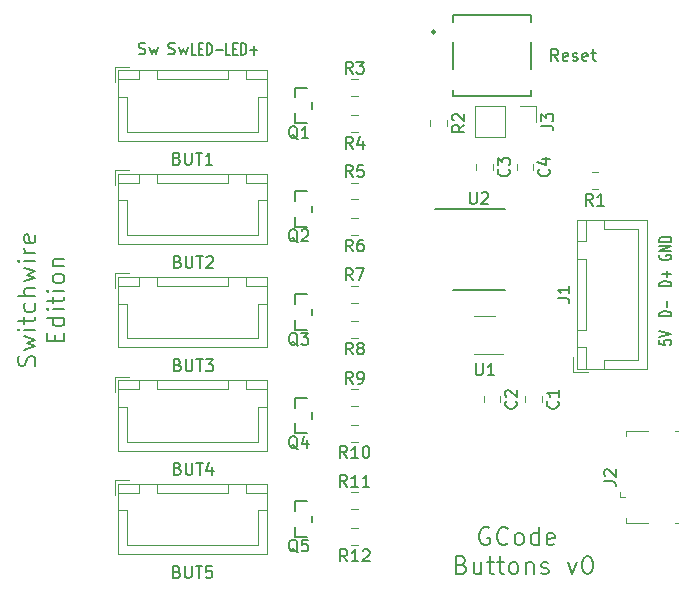
<source format=gbr>
G04 #@! TF.GenerationSoftware,KiCad,Pcbnew,(5.1.5)-3*
G04 #@! TF.CreationDate,2020-12-03T20:33:16+01:00*
G04 #@! TF.ProjectId,MCU_board,4d43555f-626f-4617-9264-2e6b69636164,rev?*
G04 #@! TF.SameCoordinates,Original*
G04 #@! TF.FileFunction,Legend,Top*
G04 #@! TF.FilePolarity,Positive*
%FSLAX46Y46*%
G04 Gerber Fmt 4.6, Leading zero omitted, Abs format (unit mm)*
G04 Created by KiCad (PCBNEW (5.1.5)-3) date 2020-12-03 20:33:16*
%MOMM*%
%LPD*%
G04 APERTURE LIST*
%ADD10C,0.200000*%
%ADD11C,0.150000*%
%ADD12C,0.250000*%
%ADD13C,0.120000*%
G04 APERTURE END LIST*
D10*
X29512142Y-99151428D02*
X29583571Y-98937142D01*
X29583571Y-98580000D01*
X29512142Y-98437142D01*
X29440714Y-98365714D01*
X29297857Y-98294285D01*
X29155000Y-98294285D01*
X29012142Y-98365714D01*
X28940714Y-98437142D01*
X28869285Y-98580000D01*
X28797857Y-98865714D01*
X28726428Y-99008571D01*
X28655000Y-99080000D01*
X28512142Y-99151428D01*
X28369285Y-99151428D01*
X28226428Y-99080000D01*
X28155000Y-99008571D01*
X28083571Y-98865714D01*
X28083571Y-98508571D01*
X28155000Y-98294285D01*
X28583571Y-97794285D02*
X29583571Y-97508571D01*
X28869285Y-97222857D01*
X29583571Y-96937142D01*
X28583571Y-96651428D01*
X29583571Y-96080000D02*
X28583571Y-96080000D01*
X28083571Y-96080000D02*
X28155000Y-96151428D01*
X28226428Y-96080000D01*
X28155000Y-96008571D01*
X28083571Y-96080000D01*
X28226428Y-96080000D01*
X28583571Y-95580000D02*
X28583571Y-95008571D01*
X28083571Y-95365714D02*
X29369285Y-95365714D01*
X29512142Y-95294285D01*
X29583571Y-95151428D01*
X29583571Y-95008571D01*
X29512142Y-93865714D02*
X29583571Y-94008571D01*
X29583571Y-94294285D01*
X29512142Y-94437142D01*
X29440714Y-94508571D01*
X29297857Y-94580000D01*
X28869285Y-94580000D01*
X28726428Y-94508571D01*
X28655000Y-94437142D01*
X28583571Y-94294285D01*
X28583571Y-94008571D01*
X28655000Y-93865714D01*
X29583571Y-93222857D02*
X28083571Y-93222857D01*
X29583571Y-92580000D02*
X28797857Y-92580000D01*
X28655000Y-92651428D01*
X28583571Y-92794285D01*
X28583571Y-93008571D01*
X28655000Y-93151428D01*
X28726428Y-93222857D01*
X28583571Y-92008571D02*
X29583571Y-91722857D01*
X28869285Y-91437142D01*
X29583571Y-91151428D01*
X28583571Y-90865714D01*
X29583571Y-90294285D02*
X28583571Y-90294285D01*
X28083571Y-90294285D02*
X28155000Y-90365714D01*
X28226428Y-90294285D01*
X28155000Y-90222857D01*
X28083571Y-90294285D01*
X28226428Y-90294285D01*
X29583571Y-89580000D02*
X28583571Y-89580000D01*
X28869285Y-89580000D02*
X28726428Y-89508571D01*
X28655000Y-89437142D01*
X28583571Y-89294285D01*
X28583571Y-89151428D01*
X29512142Y-88080000D02*
X29583571Y-88222857D01*
X29583571Y-88508571D01*
X29512142Y-88651428D01*
X29369285Y-88722857D01*
X28797857Y-88722857D01*
X28655000Y-88651428D01*
X28583571Y-88508571D01*
X28583571Y-88222857D01*
X28655000Y-88080000D01*
X28797857Y-88008571D01*
X28940714Y-88008571D01*
X29083571Y-88722857D01*
X31247857Y-97080000D02*
X31247857Y-96580000D01*
X32033571Y-96365714D02*
X32033571Y-97080000D01*
X30533571Y-97080000D01*
X30533571Y-96365714D01*
X32033571Y-95080000D02*
X30533571Y-95080000D01*
X31962142Y-95080000D02*
X32033571Y-95222857D01*
X32033571Y-95508571D01*
X31962142Y-95651428D01*
X31890714Y-95722857D01*
X31747857Y-95794285D01*
X31319285Y-95794285D01*
X31176428Y-95722857D01*
X31105000Y-95651428D01*
X31033571Y-95508571D01*
X31033571Y-95222857D01*
X31105000Y-95080000D01*
X32033571Y-94365714D02*
X31033571Y-94365714D01*
X30533571Y-94365714D02*
X30605000Y-94437142D01*
X30676428Y-94365714D01*
X30605000Y-94294285D01*
X30533571Y-94365714D01*
X30676428Y-94365714D01*
X31033571Y-93865714D02*
X31033571Y-93294285D01*
X30533571Y-93651428D02*
X31819285Y-93651428D01*
X31962142Y-93580000D01*
X32033571Y-93437142D01*
X32033571Y-93294285D01*
X32033571Y-92794285D02*
X31033571Y-92794285D01*
X30533571Y-92794285D02*
X30605000Y-92865714D01*
X30676428Y-92794285D01*
X30605000Y-92722857D01*
X30533571Y-92794285D01*
X30676428Y-92794285D01*
X32033571Y-91865714D02*
X31962142Y-92008571D01*
X31890714Y-92080000D01*
X31747857Y-92151428D01*
X31319285Y-92151428D01*
X31176428Y-92080000D01*
X31105000Y-92008571D01*
X31033571Y-91865714D01*
X31033571Y-91651428D01*
X31105000Y-91508571D01*
X31176428Y-91437142D01*
X31319285Y-91365714D01*
X31747857Y-91365714D01*
X31890714Y-91437142D01*
X31962142Y-91508571D01*
X32033571Y-91651428D01*
X32033571Y-91865714D01*
X31033571Y-90722857D02*
X32033571Y-90722857D01*
X31176428Y-90722857D02*
X31105000Y-90651428D01*
X31033571Y-90508571D01*
X31033571Y-90294285D01*
X31105000Y-90151428D01*
X31247857Y-90080000D01*
X32033571Y-90080000D01*
X68001428Y-112905000D02*
X67858571Y-112833571D01*
X67644285Y-112833571D01*
X67430000Y-112905000D01*
X67287142Y-113047857D01*
X67215714Y-113190714D01*
X67144285Y-113476428D01*
X67144285Y-113690714D01*
X67215714Y-113976428D01*
X67287142Y-114119285D01*
X67430000Y-114262142D01*
X67644285Y-114333571D01*
X67787142Y-114333571D01*
X68001428Y-114262142D01*
X68072857Y-114190714D01*
X68072857Y-113690714D01*
X67787142Y-113690714D01*
X69572857Y-114190714D02*
X69501428Y-114262142D01*
X69287142Y-114333571D01*
X69144285Y-114333571D01*
X68930000Y-114262142D01*
X68787142Y-114119285D01*
X68715714Y-113976428D01*
X68644285Y-113690714D01*
X68644285Y-113476428D01*
X68715714Y-113190714D01*
X68787142Y-113047857D01*
X68930000Y-112905000D01*
X69144285Y-112833571D01*
X69287142Y-112833571D01*
X69501428Y-112905000D01*
X69572857Y-112976428D01*
X70430000Y-114333571D02*
X70287142Y-114262142D01*
X70215714Y-114190714D01*
X70144285Y-114047857D01*
X70144285Y-113619285D01*
X70215714Y-113476428D01*
X70287142Y-113405000D01*
X70430000Y-113333571D01*
X70644285Y-113333571D01*
X70787142Y-113405000D01*
X70858571Y-113476428D01*
X70930000Y-113619285D01*
X70930000Y-114047857D01*
X70858571Y-114190714D01*
X70787142Y-114262142D01*
X70644285Y-114333571D01*
X70430000Y-114333571D01*
X72215714Y-114333571D02*
X72215714Y-112833571D01*
X72215714Y-114262142D02*
X72072857Y-114333571D01*
X71787142Y-114333571D01*
X71644285Y-114262142D01*
X71572857Y-114190714D01*
X71501428Y-114047857D01*
X71501428Y-113619285D01*
X71572857Y-113476428D01*
X71644285Y-113405000D01*
X71787142Y-113333571D01*
X72072857Y-113333571D01*
X72215714Y-113405000D01*
X73501428Y-114262142D02*
X73358571Y-114333571D01*
X73072857Y-114333571D01*
X72930000Y-114262142D01*
X72858571Y-114119285D01*
X72858571Y-113547857D01*
X72930000Y-113405000D01*
X73072857Y-113333571D01*
X73358571Y-113333571D01*
X73501428Y-113405000D01*
X73572857Y-113547857D01*
X73572857Y-113690714D01*
X72858571Y-113833571D01*
X65680000Y-115997857D02*
X65894285Y-116069285D01*
X65965714Y-116140714D01*
X66037142Y-116283571D01*
X66037142Y-116497857D01*
X65965714Y-116640714D01*
X65894285Y-116712142D01*
X65751428Y-116783571D01*
X65180000Y-116783571D01*
X65180000Y-115283571D01*
X65680000Y-115283571D01*
X65822857Y-115355000D01*
X65894285Y-115426428D01*
X65965714Y-115569285D01*
X65965714Y-115712142D01*
X65894285Y-115855000D01*
X65822857Y-115926428D01*
X65680000Y-115997857D01*
X65180000Y-115997857D01*
X67322857Y-115783571D02*
X67322857Y-116783571D01*
X66680000Y-115783571D02*
X66680000Y-116569285D01*
X66751428Y-116712142D01*
X66894285Y-116783571D01*
X67108571Y-116783571D01*
X67251428Y-116712142D01*
X67322857Y-116640714D01*
X67822857Y-115783571D02*
X68394285Y-115783571D01*
X68037142Y-115283571D02*
X68037142Y-116569285D01*
X68108571Y-116712142D01*
X68251428Y-116783571D01*
X68394285Y-116783571D01*
X68680000Y-115783571D02*
X69251428Y-115783571D01*
X68894285Y-115283571D02*
X68894285Y-116569285D01*
X68965714Y-116712142D01*
X69108571Y-116783571D01*
X69251428Y-116783571D01*
X69965714Y-116783571D02*
X69822857Y-116712142D01*
X69751428Y-116640714D01*
X69680000Y-116497857D01*
X69680000Y-116069285D01*
X69751428Y-115926428D01*
X69822857Y-115855000D01*
X69965714Y-115783571D01*
X70180000Y-115783571D01*
X70322857Y-115855000D01*
X70394285Y-115926428D01*
X70465714Y-116069285D01*
X70465714Y-116497857D01*
X70394285Y-116640714D01*
X70322857Y-116712142D01*
X70180000Y-116783571D01*
X69965714Y-116783571D01*
X71108571Y-115783571D02*
X71108571Y-116783571D01*
X71108571Y-115926428D02*
X71180000Y-115855000D01*
X71322857Y-115783571D01*
X71537142Y-115783571D01*
X71680000Y-115855000D01*
X71751428Y-115997857D01*
X71751428Y-116783571D01*
X72394285Y-116712142D02*
X72537142Y-116783571D01*
X72822857Y-116783571D01*
X72965714Y-116712142D01*
X73037142Y-116569285D01*
X73037142Y-116497857D01*
X72965714Y-116355000D01*
X72822857Y-116283571D01*
X72608571Y-116283571D01*
X72465714Y-116212142D01*
X72394285Y-116069285D01*
X72394285Y-115997857D01*
X72465714Y-115855000D01*
X72608571Y-115783571D01*
X72822857Y-115783571D01*
X72965714Y-115855000D01*
X74680000Y-115783571D02*
X75037142Y-116783571D01*
X75394285Y-115783571D01*
X76251428Y-115283571D02*
X76394285Y-115283571D01*
X76537142Y-115355000D01*
X76608571Y-115426428D01*
X76680000Y-115569285D01*
X76751428Y-115855000D01*
X76751428Y-116212142D01*
X76680000Y-116497857D01*
X76608571Y-116640714D01*
X76537142Y-116712142D01*
X76394285Y-116783571D01*
X76251428Y-116783571D01*
X76108571Y-116712142D01*
X76037142Y-116640714D01*
X75965714Y-116497857D01*
X75894285Y-116212142D01*
X75894285Y-115855000D01*
X75965714Y-115569285D01*
X76037142Y-115426428D01*
X76108571Y-115355000D01*
X76251428Y-115283571D01*
D11*
X43183571Y-72832380D02*
X42826428Y-72832380D01*
X42826428Y-71832380D01*
X43433571Y-72308571D02*
X43683571Y-72308571D01*
X43790714Y-72832380D02*
X43433571Y-72832380D01*
X43433571Y-71832380D01*
X43790714Y-71832380D01*
X44112142Y-72832380D02*
X44112142Y-71832380D01*
X44290714Y-71832380D01*
X44397857Y-71880000D01*
X44469285Y-71975238D01*
X44505000Y-72070476D01*
X44540714Y-72260952D01*
X44540714Y-72403809D01*
X44505000Y-72594285D01*
X44469285Y-72689523D01*
X44397857Y-72784761D01*
X44290714Y-72832380D01*
X44112142Y-72832380D01*
X44862142Y-72451428D02*
X45433571Y-72451428D01*
X46083571Y-72832380D02*
X45726428Y-72832380D01*
X45726428Y-71832380D01*
X46333571Y-72308571D02*
X46583571Y-72308571D01*
X46690714Y-72832380D02*
X46333571Y-72832380D01*
X46333571Y-71832380D01*
X46690714Y-71832380D01*
X47012142Y-72832380D02*
X47012142Y-71832380D01*
X47190714Y-71832380D01*
X47297857Y-71880000D01*
X47369285Y-71975238D01*
X47405000Y-72070476D01*
X47440714Y-72260952D01*
X47440714Y-72403809D01*
X47405000Y-72594285D01*
X47369285Y-72689523D01*
X47297857Y-72784761D01*
X47190714Y-72832380D01*
X47012142Y-72832380D01*
X47762142Y-72451428D02*
X48333571Y-72451428D01*
X48047857Y-72832380D02*
X48047857Y-72070476D01*
X40820476Y-72734761D02*
X40963333Y-72782380D01*
X41201428Y-72782380D01*
X41296666Y-72734761D01*
X41344285Y-72687142D01*
X41391904Y-72591904D01*
X41391904Y-72496666D01*
X41344285Y-72401428D01*
X41296666Y-72353809D01*
X41201428Y-72306190D01*
X41010952Y-72258571D01*
X40915714Y-72210952D01*
X40868095Y-72163333D01*
X40820476Y-72068095D01*
X40820476Y-71972857D01*
X40868095Y-71877619D01*
X40915714Y-71830000D01*
X41010952Y-71782380D01*
X41249047Y-71782380D01*
X41391904Y-71830000D01*
X41725238Y-72115714D02*
X41915714Y-72782380D01*
X42106190Y-72306190D01*
X42296666Y-72782380D01*
X42487142Y-72115714D01*
X38320476Y-72734761D02*
X38463333Y-72782380D01*
X38701428Y-72782380D01*
X38796666Y-72734761D01*
X38844285Y-72687142D01*
X38891904Y-72591904D01*
X38891904Y-72496666D01*
X38844285Y-72401428D01*
X38796666Y-72353809D01*
X38701428Y-72306190D01*
X38510952Y-72258571D01*
X38415714Y-72210952D01*
X38368095Y-72163333D01*
X38320476Y-72068095D01*
X38320476Y-71972857D01*
X38368095Y-71877619D01*
X38415714Y-71830000D01*
X38510952Y-71782380D01*
X38749047Y-71782380D01*
X38891904Y-71830000D01*
X39225238Y-72115714D02*
X39415714Y-72782380D01*
X39606190Y-72306190D01*
X39796666Y-72782380D01*
X39987142Y-72115714D01*
D12*
X63405000Y-70880000D02*
G75*
G03X63405000Y-70880000I-125000J0D01*
G01*
D11*
X64930000Y-70005000D02*
X64930000Y-69430000D01*
X64930000Y-74005000D02*
X64930000Y-71755000D01*
X64930000Y-76330000D02*
X64930000Y-75755000D01*
X64930000Y-76330000D02*
X71530000Y-76330000D01*
X71530000Y-70005000D02*
X71530000Y-69430000D01*
X71530000Y-74005000D02*
X71530000Y-71755000D01*
X71530000Y-76330000D02*
X71530000Y-75755000D01*
X64930000Y-69430000D02*
X71530000Y-69430000D01*
D13*
X75420000Y-99390000D02*
X81390000Y-99390000D01*
X81390000Y-99390000D02*
X81390000Y-86770000D01*
X81390000Y-86770000D02*
X75420000Y-86770000D01*
X75420000Y-86770000D02*
X75420000Y-99390000D01*
X75430000Y-96080000D02*
X76180000Y-96080000D01*
X76180000Y-96080000D02*
X76180000Y-90080000D01*
X76180000Y-90080000D02*
X75430000Y-90080000D01*
X75430000Y-90080000D02*
X75430000Y-96080000D01*
X75430000Y-99380000D02*
X76180000Y-99380000D01*
X76180000Y-99380000D02*
X76180000Y-97580000D01*
X76180000Y-97580000D02*
X75430000Y-97580000D01*
X75430000Y-97580000D02*
X75430000Y-99380000D01*
X75430000Y-88580000D02*
X76180000Y-88580000D01*
X76180000Y-88580000D02*
X76180000Y-86780000D01*
X76180000Y-86780000D02*
X75430000Y-86780000D01*
X75430000Y-86780000D02*
X75430000Y-88580000D01*
X77680000Y-99380000D02*
X77680000Y-98630000D01*
X77680000Y-98630000D02*
X80630000Y-98630000D01*
X80630000Y-98630000D02*
X80630000Y-93080000D01*
X77680000Y-86780000D02*
X77680000Y-87530000D01*
X77680000Y-87530000D02*
X80630000Y-87530000D01*
X80630000Y-87530000D02*
X80630000Y-93080000D01*
X75130000Y-98430000D02*
X75130000Y-99680000D01*
X75130000Y-99680000D02*
X76380000Y-99680000D01*
X36280000Y-108830000D02*
X36280000Y-110080000D01*
X37530000Y-108830000D02*
X36280000Y-108830000D01*
X48430000Y-114330000D02*
X42880000Y-114330000D01*
X48430000Y-111380000D02*
X48430000Y-114330000D01*
X49180000Y-111380000D02*
X48430000Y-111380000D01*
X37330000Y-114330000D02*
X42880000Y-114330000D01*
X37330000Y-111380000D02*
X37330000Y-114330000D01*
X36580000Y-111380000D02*
X37330000Y-111380000D01*
X49180000Y-109130000D02*
X47380000Y-109130000D01*
X49180000Y-109880000D02*
X49180000Y-109130000D01*
X47380000Y-109880000D02*
X49180000Y-109880000D01*
X47380000Y-109130000D02*
X47380000Y-109880000D01*
X38380000Y-109130000D02*
X36580000Y-109130000D01*
X38380000Y-109880000D02*
X38380000Y-109130000D01*
X36580000Y-109880000D02*
X38380000Y-109880000D01*
X36580000Y-109130000D02*
X36580000Y-109880000D01*
X45880000Y-109130000D02*
X39880000Y-109130000D01*
X45880000Y-109880000D02*
X45880000Y-109130000D01*
X39880000Y-109880000D02*
X45880000Y-109880000D01*
X39880000Y-109130000D02*
X39880000Y-109880000D01*
X49190000Y-109120000D02*
X36570000Y-109120000D01*
X49190000Y-115090000D02*
X49190000Y-109120000D01*
X36570000Y-115090000D02*
X49190000Y-115090000D01*
X36570000Y-109120000D02*
X36570000Y-115090000D01*
X36570000Y-100370000D02*
X36570000Y-106340000D01*
X36570000Y-106340000D02*
X49190000Y-106340000D01*
X49190000Y-106340000D02*
X49190000Y-100370000D01*
X49190000Y-100370000D02*
X36570000Y-100370000D01*
X39880000Y-100380000D02*
X39880000Y-101130000D01*
X39880000Y-101130000D02*
X45880000Y-101130000D01*
X45880000Y-101130000D02*
X45880000Y-100380000D01*
X45880000Y-100380000D02*
X39880000Y-100380000D01*
X36580000Y-100380000D02*
X36580000Y-101130000D01*
X36580000Y-101130000D02*
X38380000Y-101130000D01*
X38380000Y-101130000D02*
X38380000Y-100380000D01*
X38380000Y-100380000D02*
X36580000Y-100380000D01*
X47380000Y-100380000D02*
X47380000Y-101130000D01*
X47380000Y-101130000D02*
X49180000Y-101130000D01*
X49180000Y-101130000D02*
X49180000Y-100380000D01*
X49180000Y-100380000D02*
X47380000Y-100380000D01*
X36580000Y-102630000D02*
X37330000Y-102630000D01*
X37330000Y-102630000D02*
X37330000Y-105580000D01*
X37330000Y-105580000D02*
X42880000Y-105580000D01*
X49180000Y-102630000D02*
X48430000Y-102630000D01*
X48430000Y-102630000D02*
X48430000Y-105580000D01*
X48430000Y-105580000D02*
X42880000Y-105580000D01*
X37530000Y-100080000D02*
X36280000Y-100080000D01*
X36280000Y-100080000D02*
X36280000Y-101330000D01*
X36570000Y-91620000D02*
X36570000Y-97590000D01*
X36570000Y-97590000D02*
X49190000Y-97590000D01*
X49190000Y-97590000D02*
X49190000Y-91620000D01*
X49190000Y-91620000D02*
X36570000Y-91620000D01*
X39880000Y-91630000D02*
X39880000Y-92380000D01*
X39880000Y-92380000D02*
X45880000Y-92380000D01*
X45880000Y-92380000D02*
X45880000Y-91630000D01*
X45880000Y-91630000D02*
X39880000Y-91630000D01*
X36580000Y-91630000D02*
X36580000Y-92380000D01*
X36580000Y-92380000D02*
X38380000Y-92380000D01*
X38380000Y-92380000D02*
X38380000Y-91630000D01*
X38380000Y-91630000D02*
X36580000Y-91630000D01*
X47380000Y-91630000D02*
X47380000Y-92380000D01*
X47380000Y-92380000D02*
X49180000Y-92380000D01*
X49180000Y-92380000D02*
X49180000Y-91630000D01*
X49180000Y-91630000D02*
X47380000Y-91630000D01*
X36580000Y-93880000D02*
X37330000Y-93880000D01*
X37330000Y-93880000D02*
X37330000Y-96830000D01*
X37330000Y-96830000D02*
X42880000Y-96830000D01*
X49180000Y-93880000D02*
X48430000Y-93880000D01*
X48430000Y-93880000D02*
X48430000Y-96830000D01*
X48430000Y-96830000D02*
X42880000Y-96830000D01*
X37530000Y-91330000D02*
X36280000Y-91330000D01*
X36280000Y-91330000D02*
X36280000Y-92580000D01*
X36280000Y-82580000D02*
X36280000Y-83830000D01*
X37530000Y-82580000D02*
X36280000Y-82580000D01*
X48430000Y-88080000D02*
X42880000Y-88080000D01*
X48430000Y-85130000D02*
X48430000Y-88080000D01*
X49180000Y-85130000D02*
X48430000Y-85130000D01*
X37330000Y-88080000D02*
X42880000Y-88080000D01*
X37330000Y-85130000D02*
X37330000Y-88080000D01*
X36580000Y-85130000D02*
X37330000Y-85130000D01*
X49180000Y-82880000D02*
X47380000Y-82880000D01*
X49180000Y-83630000D02*
X49180000Y-82880000D01*
X47380000Y-83630000D02*
X49180000Y-83630000D01*
X47380000Y-82880000D02*
X47380000Y-83630000D01*
X38380000Y-82880000D02*
X36580000Y-82880000D01*
X38380000Y-83630000D02*
X38380000Y-82880000D01*
X36580000Y-83630000D02*
X38380000Y-83630000D01*
X36580000Y-82880000D02*
X36580000Y-83630000D01*
X45880000Y-82880000D02*
X39880000Y-82880000D01*
X45880000Y-83630000D02*
X45880000Y-82880000D01*
X39880000Y-83630000D02*
X45880000Y-83630000D01*
X39880000Y-82880000D02*
X39880000Y-83630000D01*
X49190000Y-82870000D02*
X36570000Y-82870000D01*
X49190000Y-88840000D02*
X49190000Y-82870000D01*
X36570000Y-88840000D02*
X49190000Y-88840000D01*
X36570000Y-82870000D02*
X36570000Y-88840000D01*
X36570000Y-74120000D02*
X36570000Y-80090000D01*
X36570000Y-80090000D02*
X49190000Y-80090000D01*
X49190000Y-80090000D02*
X49190000Y-74120000D01*
X49190000Y-74120000D02*
X36570000Y-74120000D01*
X39880000Y-74130000D02*
X39880000Y-74880000D01*
X39880000Y-74880000D02*
X45880000Y-74880000D01*
X45880000Y-74880000D02*
X45880000Y-74130000D01*
X45880000Y-74130000D02*
X39880000Y-74130000D01*
X36580000Y-74130000D02*
X36580000Y-74880000D01*
X36580000Y-74880000D02*
X38380000Y-74880000D01*
X38380000Y-74880000D02*
X38380000Y-74130000D01*
X38380000Y-74130000D02*
X36580000Y-74130000D01*
X47380000Y-74130000D02*
X47380000Y-74880000D01*
X47380000Y-74880000D02*
X49180000Y-74880000D01*
X49180000Y-74880000D02*
X49180000Y-74130000D01*
X49180000Y-74130000D02*
X47380000Y-74130000D01*
X36580000Y-76380000D02*
X37330000Y-76380000D01*
X37330000Y-76380000D02*
X37330000Y-79330000D01*
X37330000Y-79330000D02*
X42880000Y-79330000D01*
X49180000Y-76380000D02*
X48430000Y-76380000D01*
X48430000Y-76380000D02*
X48430000Y-79330000D01*
X48430000Y-79330000D02*
X42880000Y-79330000D01*
X37530000Y-73830000D02*
X36280000Y-73830000D01*
X36280000Y-73830000D02*
X36280000Y-75080000D01*
X72490000Y-101721422D02*
X72490000Y-102238578D01*
X71070000Y-101721422D02*
X71070000Y-102238578D01*
X67520000Y-101721422D02*
X67520000Y-102238578D01*
X68940000Y-101721422D02*
X68940000Y-102238578D01*
X68340000Y-82071422D02*
X68340000Y-82588578D01*
X66920000Y-82071422D02*
X66920000Y-82588578D01*
X70320000Y-82071422D02*
X70320000Y-82588578D01*
X71740000Y-82071422D02*
X71740000Y-82588578D01*
X79617500Y-112480000D02*
X79617500Y-112030000D01*
X81467500Y-112480000D02*
X79617500Y-112480000D01*
X84017500Y-104680000D02*
X83767500Y-104680000D01*
X84017500Y-112480000D02*
X83767500Y-112480000D01*
X81467500Y-104680000D02*
X79617500Y-104680000D01*
X79617500Y-104680000D02*
X79617500Y-105130000D01*
X79067500Y-110280000D02*
X79067500Y-109830000D01*
X79067500Y-110280000D02*
X79517500Y-110280000D01*
X66760000Y-77150000D02*
X66760000Y-79810000D01*
X69360000Y-77150000D02*
X66760000Y-77150000D01*
X69360000Y-79810000D02*
X66760000Y-79810000D01*
X69360000Y-77150000D02*
X69360000Y-79810000D01*
X70630000Y-77150000D02*
X71960000Y-77150000D01*
X71960000Y-77150000D02*
X71960000Y-78480000D01*
X77188578Y-84190000D02*
X76671422Y-84190000D01*
X77188578Y-82770000D02*
X76671422Y-82770000D01*
X64440000Y-78876078D02*
X64440000Y-78358922D01*
X63020000Y-78876078D02*
X63020000Y-78358922D01*
X68530000Y-94970000D02*
X66730000Y-94970000D01*
X66730000Y-98190000D02*
X69180000Y-98190000D01*
D11*
X64905000Y-92730000D02*
X69355000Y-92730000D01*
X63380000Y-85830000D02*
X69355000Y-85830000D01*
X52980000Y-76830000D02*
X52980000Y-77380000D01*
X52555000Y-75605000D02*
X51580000Y-75605000D01*
X51580000Y-77780000D02*
X51580000Y-78605000D01*
X51580000Y-75605000D02*
X51580000Y-76430000D01*
X52555000Y-78605000D02*
X51580000Y-78605000D01*
D13*
X56333922Y-79315000D02*
X56851078Y-79315000D01*
X56333922Y-77895000D02*
X56851078Y-77895000D01*
X56333922Y-74895000D02*
X56851078Y-74895000D01*
X56333922Y-76315000D02*
X56851078Y-76315000D01*
D11*
X52555000Y-87355000D02*
X51580000Y-87355000D01*
X51580000Y-84355000D02*
X51580000Y-85180000D01*
X51580000Y-86530000D02*
X51580000Y-87355000D01*
X52555000Y-84355000D02*
X51580000Y-84355000D01*
X52980000Y-85580000D02*
X52980000Y-86130000D01*
X52980000Y-94330000D02*
X52980000Y-94880000D01*
X52555000Y-93105000D02*
X51580000Y-93105000D01*
X51580000Y-95280000D02*
X51580000Y-96105000D01*
X51580000Y-93105000D02*
X51580000Y-93930000D01*
X52555000Y-96105000D02*
X51580000Y-96105000D01*
X52980000Y-103080000D02*
X52980000Y-103630000D01*
X52555000Y-101855000D02*
X51580000Y-101855000D01*
X51580000Y-104030000D02*
X51580000Y-104855000D01*
X51580000Y-101855000D02*
X51580000Y-102680000D01*
X52555000Y-104855000D02*
X51580000Y-104855000D01*
X52555000Y-113605000D02*
X51580000Y-113605000D01*
X51580000Y-110605000D02*
X51580000Y-111430000D01*
X51580000Y-112780000D02*
X51580000Y-113605000D01*
X52555000Y-110605000D02*
X51580000Y-110605000D01*
X52980000Y-111830000D02*
X52980000Y-112380000D01*
D13*
X56333922Y-86620000D02*
X56851078Y-86620000D01*
X56333922Y-88040000D02*
X56851078Y-88040000D01*
X56333922Y-85065000D02*
X56851078Y-85065000D01*
X56333922Y-83645000D02*
X56851078Y-83645000D01*
X56333922Y-96790000D02*
X56851078Y-96790000D01*
X56333922Y-95370000D02*
X56851078Y-95370000D01*
X56333922Y-92395000D02*
X56851078Y-92395000D01*
X56333922Y-93815000D02*
X56851078Y-93815000D01*
X56333922Y-104145000D02*
X56851078Y-104145000D01*
X56333922Y-105565000D02*
X56851078Y-105565000D01*
X56333922Y-114315000D02*
X56851078Y-114315000D01*
X56333922Y-112895000D02*
X56851078Y-112895000D01*
X56333922Y-102565000D02*
X56851078Y-102565000D01*
X56333922Y-101145000D02*
X56851078Y-101145000D01*
X56333922Y-109870000D02*
X56851078Y-109870000D01*
X56333922Y-111290000D02*
X56851078Y-111290000D01*
D11*
X73837023Y-73332380D02*
X73503690Y-72856190D01*
X73265595Y-73332380D02*
X73265595Y-72332380D01*
X73646547Y-72332380D01*
X73741785Y-72380000D01*
X73789404Y-72427619D01*
X73837023Y-72522857D01*
X73837023Y-72665714D01*
X73789404Y-72760952D01*
X73741785Y-72808571D01*
X73646547Y-72856190D01*
X73265595Y-72856190D01*
X74646547Y-73284761D02*
X74551309Y-73332380D01*
X74360833Y-73332380D01*
X74265595Y-73284761D01*
X74217976Y-73189523D01*
X74217976Y-72808571D01*
X74265595Y-72713333D01*
X74360833Y-72665714D01*
X74551309Y-72665714D01*
X74646547Y-72713333D01*
X74694166Y-72808571D01*
X74694166Y-72903809D01*
X74217976Y-72999047D01*
X75075119Y-73284761D02*
X75170357Y-73332380D01*
X75360833Y-73332380D01*
X75456071Y-73284761D01*
X75503690Y-73189523D01*
X75503690Y-73141904D01*
X75456071Y-73046666D01*
X75360833Y-72999047D01*
X75217976Y-72999047D01*
X75122738Y-72951428D01*
X75075119Y-72856190D01*
X75075119Y-72808571D01*
X75122738Y-72713333D01*
X75217976Y-72665714D01*
X75360833Y-72665714D01*
X75456071Y-72713333D01*
X76313214Y-73284761D02*
X76217976Y-73332380D01*
X76027500Y-73332380D01*
X75932261Y-73284761D01*
X75884642Y-73189523D01*
X75884642Y-72808571D01*
X75932261Y-72713333D01*
X76027500Y-72665714D01*
X76217976Y-72665714D01*
X76313214Y-72713333D01*
X76360833Y-72808571D01*
X76360833Y-72903809D01*
X75884642Y-72999047D01*
X76646547Y-72665714D02*
X77027500Y-72665714D01*
X76789404Y-72332380D02*
X76789404Y-73189523D01*
X76837023Y-73284761D01*
X76932261Y-73332380D01*
X77027500Y-73332380D01*
X73782380Y-93413333D02*
X74496666Y-93413333D01*
X74639523Y-93460952D01*
X74734761Y-93556190D01*
X74782380Y-93699047D01*
X74782380Y-93794285D01*
X74782380Y-92413333D02*
X74782380Y-92984761D01*
X74782380Y-92699047D02*
X73782380Y-92699047D01*
X73925238Y-92794285D01*
X74020476Y-92889523D01*
X74068095Y-92984761D01*
X82460000Y-89781428D02*
X82412380Y-89852857D01*
X82412380Y-89960000D01*
X82460000Y-90067142D01*
X82555238Y-90138571D01*
X82650476Y-90174285D01*
X82840952Y-90210000D01*
X82983809Y-90210000D01*
X83174285Y-90174285D01*
X83269523Y-90138571D01*
X83364761Y-90067142D01*
X83412380Y-89960000D01*
X83412380Y-89888571D01*
X83364761Y-89781428D01*
X83317142Y-89745714D01*
X82983809Y-89745714D01*
X82983809Y-89888571D01*
X83412380Y-89424285D02*
X82412380Y-89424285D01*
X83412380Y-88995714D01*
X82412380Y-88995714D01*
X83412380Y-88638571D02*
X82412380Y-88638571D01*
X82412380Y-88460000D01*
X82460000Y-88352857D01*
X82555238Y-88281428D01*
X82650476Y-88245714D01*
X82840952Y-88210000D01*
X82983809Y-88210000D01*
X83174285Y-88245714D01*
X83269523Y-88281428D01*
X83364761Y-88352857D01*
X83412380Y-88460000D01*
X83412380Y-88638571D01*
X83412380Y-92410714D02*
X82412380Y-92410714D01*
X82412380Y-92232142D01*
X82460000Y-92125000D01*
X82555238Y-92053571D01*
X82650476Y-92017857D01*
X82840952Y-91982142D01*
X82983809Y-91982142D01*
X83174285Y-92017857D01*
X83269523Y-92053571D01*
X83364761Y-92125000D01*
X83412380Y-92232142D01*
X83412380Y-92410714D01*
X83031428Y-91660714D02*
X83031428Y-91089285D01*
X83412380Y-91375000D02*
X82650476Y-91375000D01*
X83412380Y-94950714D02*
X82412380Y-94950714D01*
X82412380Y-94772142D01*
X82460000Y-94665000D01*
X82555238Y-94593571D01*
X82650476Y-94557857D01*
X82840952Y-94522142D01*
X82983809Y-94522142D01*
X83174285Y-94557857D01*
X83269523Y-94593571D01*
X83364761Y-94665000D01*
X83412380Y-94772142D01*
X83412380Y-94950714D01*
X83031428Y-94200714D02*
X83031428Y-93629285D01*
X82412380Y-96972857D02*
X82412380Y-97330000D01*
X82888571Y-97365714D01*
X82840952Y-97330000D01*
X82793333Y-97258571D01*
X82793333Y-97080000D01*
X82840952Y-97008571D01*
X82888571Y-96972857D01*
X82983809Y-96937142D01*
X83221904Y-96937142D01*
X83317142Y-96972857D01*
X83364761Y-97008571D01*
X83412380Y-97080000D01*
X83412380Y-97258571D01*
X83364761Y-97330000D01*
X83317142Y-97365714D01*
X82412380Y-96722857D02*
X83412380Y-96472857D01*
X82412380Y-96222857D01*
X41570476Y-116588571D02*
X41713333Y-116636190D01*
X41760952Y-116683809D01*
X41808571Y-116779047D01*
X41808571Y-116921904D01*
X41760952Y-117017142D01*
X41713333Y-117064761D01*
X41618095Y-117112380D01*
X41237142Y-117112380D01*
X41237142Y-116112380D01*
X41570476Y-116112380D01*
X41665714Y-116160000D01*
X41713333Y-116207619D01*
X41760952Y-116302857D01*
X41760952Y-116398095D01*
X41713333Y-116493333D01*
X41665714Y-116540952D01*
X41570476Y-116588571D01*
X41237142Y-116588571D01*
X42237142Y-116112380D02*
X42237142Y-116921904D01*
X42284761Y-117017142D01*
X42332380Y-117064761D01*
X42427619Y-117112380D01*
X42618095Y-117112380D01*
X42713333Y-117064761D01*
X42760952Y-117017142D01*
X42808571Y-116921904D01*
X42808571Y-116112380D01*
X43141904Y-116112380D02*
X43713333Y-116112380D01*
X43427619Y-117112380D02*
X43427619Y-116112380D01*
X44522857Y-116112380D02*
X44046666Y-116112380D01*
X43999047Y-116588571D01*
X44046666Y-116540952D01*
X44141904Y-116493333D01*
X44380000Y-116493333D01*
X44475238Y-116540952D01*
X44522857Y-116588571D01*
X44570476Y-116683809D01*
X44570476Y-116921904D01*
X44522857Y-117017142D01*
X44475238Y-117064761D01*
X44380000Y-117112380D01*
X44141904Y-117112380D01*
X44046666Y-117064761D01*
X43999047Y-117017142D01*
X41630476Y-107838571D02*
X41773333Y-107886190D01*
X41820952Y-107933809D01*
X41868571Y-108029047D01*
X41868571Y-108171904D01*
X41820952Y-108267142D01*
X41773333Y-108314761D01*
X41678095Y-108362380D01*
X41297142Y-108362380D01*
X41297142Y-107362380D01*
X41630476Y-107362380D01*
X41725714Y-107410000D01*
X41773333Y-107457619D01*
X41820952Y-107552857D01*
X41820952Y-107648095D01*
X41773333Y-107743333D01*
X41725714Y-107790952D01*
X41630476Y-107838571D01*
X41297142Y-107838571D01*
X42297142Y-107362380D02*
X42297142Y-108171904D01*
X42344761Y-108267142D01*
X42392380Y-108314761D01*
X42487619Y-108362380D01*
X42678095Y-108362380D01*
X42773333Y-108314761D01*
X42820952Y-108267142D01*
X42868571Y-108171904D01*
X42868571Y-107362380D01*
X43201904Y-107362380D02*
X43773333Y-107362380D01*
X43487619Y-108362380D02*
X43487619Y-107362380D01*
X44535238Y-107695714D02*
X44535238Y-108362380D01*
X44297142Y-107314761D02*
X44059047Y-108029047D01*
X44678095Y-108029047D01*
X41630476Y-99088571D02*
X41773333Y-99136190D01*
X41820952Y-99183809D01*
X41868571Y-99279047D01*
X41868571Y-99421904D01*
X41820952Y-99517142D01*
X41773333Y-99564761D01*
X41678095Y-99612380D01*
X41297142Y-99612380D01*
X41297142Y-98612380D01*
X41630476Y-98612380D01*
X41725714Y-98660000D01*
X41773333Y-98707619D01*
X41820952Y-98802857D01*
X41820952Y-98898095D01*
X41773333Y-98993333D01*
X41725714Y-99040952D01*
X41630476Y-99088571D01*
X41297142Y-99088571D01*
X42297142Y-98612380D02*
X42297142Y-99421904D01*
X42344761Y-99517142D01*
X42392380Y-99564761D01*
X42487619Y-99612380D01*
X42678095Y-99612380D01*
X42773333Y-99564761D01*
X42820952Y-99517142D01*
X42868571Y-99421904D01*
X42868571Y-98612380D01*
X43201904Y-98612380D02*
X43773333Y-98612380D01*
X43487619Y-99612380D02*
X43487619Y-98612380D01*
X44011428Y-98612380D02*
X44630476Y-98612380D01*
X44297142Y-98993333D01*
X44440000Y-98993333D01*
X44535238Y-99040952D01*
X44582857Y-99088571D01*
X44630476Y-99183809D01*
X44630476Y-99421904D01*
X44582857Y-99517142D01*
X44535238Y-99564761D01*
X44440000Y-99612380D01*
X44154285Y-99612380D01*
X44059047Y-99564761D01*
X44011428Y-99517142D01*
X41630476Y-90338571D02*
X41773333Y-90386190D01*
X41820952Y-90433809D01*
X41868571Y-90529047D01*
X41868571Y-90671904D01*
X41820952Y-90767142D01*
X41773333Y-90814761D01*
X41678095Y-90862380D01*
X41297142Y-90862380D01*
X41297142Y-89862380D01*
X41630476Y-89862380D01*
X41725714Y-89910000D01*
X41773333Y-89957619D01*
X41820952Y-90052857D01*
X41820952Y-90148095D01*
X41773333Y-90243333D01*
X41725714Y-90290952D01*
X41630476Y-90338571D01*
X41297142Y-90338571D01*
X42297142Y-89862380D02*
X42297142Y-90671904D01*
X42344761Y-90767142D01*
X42392380Y-90814761D01*
X42487619Y-90862380D01*
X42678095Y-90862380D01*
X42773333Y-90814761D01*
X42820952Y-90767142D01*
X42868571Y-90671904D01*
X42868571Y-89862380D01*
X43201904Y-89862380D02*
X43773333Y-89862380D01*
X43487619Y-90862380D02*
X43487619Y-89862380D01*
X44059047Y-89957619D02*
X44106666Y-89910000D01*
X44201904Y-89862380D01*
X44440000Y-89862380D01*
X44535238Y-89910000D01*
X44582857Y-89957619D01*
X44630476Y-90052857D01*
X44630476Y-90148095D01*
X44582857Y-90290952D01*
X44011428Y-90862380D01*
X44630476Y-90862380D01*
X41570476Y-81588571D02*
X41713333Y-81636190D01*
X41760952Y-81683809D01*
X41808571Y-81779047D01*
X41808571Y-81921904D01*
X41760952Y-82017142D01*
X41713333Y-82064761D01*
X41618095Y-82112380D01*
X41237142Y-82112380D01*
X41237142Y-81112380D01*
X41570476Y-81112380D01*
X41665714Y-81160000D01*
X41713333Y-81207619D01*
X41760952Y-81302857D01*
X41760952Y-81398095D01*
X41713333Y-81493333D01*
X41665714Y-81540952D01*
X41570476Y-81588571D01*
X41237142Y-81588571D01*
X42237142Y-81112380D02*
X42237142Y-81921904D01*
X42284761Y-82017142D01*
X42332380Y-82064761D01*
X42427619Y-82112380D01*
X42618095Y-82112380D01*
X42713333Y-82064761D01*
X42760952Y-82017142D01*
X42808571Y-81921904D01*
X42808571Y-81112380D01*
X43141904Y-81112380D02*
X43713333Y-81112380D01*
X43427619Y-82112380D02*
X43427619Y-81112380D01*
X44570476Y-82112380D02*
X43999047Y-82112380D01*
X44284761Y-82112380D02*
X44284761Y-81112380D01*
X44189523Y-81255238D01*
X44094285Y-81350476D01*
X43999047Y-81398095D01*
X73787142Y-102146666D02*
X73834761Y-102194285D01*
X73882380Y-102337142D01*
X73882380Y-102432380D01*
X73834761Y-102575238D01*
X73739523Y-102670476D01*
X73644285Y-102718095D01*
X73453809Y-102765714D01*
X73310952Y-102765714D01*
X73120476Y-102718095D01*
X73025238Y-102670476D01*
X72930000Y-102575238D01*
X72882380Y-102432380D01*
X72882380Y-102337142D01*
X72930000Y-102194285D01*
X72977619Y-102146666D01*
X73882380Y-101194285D02*
X73882380Y-101765714D01*
X73882380Y-101480000D02*
X72882380Y-101480000D01*
X73025238Y-101575238D01*
X73120476Y-101670476D01*
X73168095Y-101765714D01*
X70237142Y-102146666D02*
X70284761Y-102194285D01*
X70332380Y-102337142D01*
X70332380Y-102432380D01*
X70284761Y-102575238D01*
X70189523Y-102670476D01*
X70094285Y-102718095D01*
X69903809Y-102765714D01*
X69760952Y-102765714D01*
X69570476Y-102718095D01*
X69475238Y-102670476D01*
X69380000Y-102575238D01*
X69332380Y-102432380D01*
X69332380Y-102337142D01*
X69380000Y-102194285D01*
X69427619Y-102146666D01*
X69427619Y-101765714D02*
X69380000Y-101718095D01*
X69332380Y-101622857D01*
X69332380Y-101384761D01*
X69380000Y-101289523D01*
X69427619Y-101241904D01*
X69522857Y-101194285D01*
X69618095Y-101194285D01*
X69760952Y-101241904D01*
X70332380Y-101813333D01*
X70332380Y-101194285D01*
X69637142Y-82496666D02*
X69684761Y-82544285D01*
X69732380Y-82687142D01*
X69732380Y-82782380D01*
X69684761Y-82925238D01*
X69589523Y-83020476D01*
X69494285Y-83068095D01*
X69303809Y-83115714D01*
X69160952Y-83115714D01*
X68970476Y-83068095D01*
X68875238Y-83020476D01*
X68780000Y-82925238D01*
X68732380Y-82782380D01*
X68732380Y-82687142D01*
X68780000Y-82544285D01*
X68827619Y-82496666D01*
X68732380Y-82163333D02*
X68732380Y-81544285D01*
X69113333Y-81877619D01*
X69113333Y-81734761D01*
X69160952Y-81639523D01*
X69208571Y-81591904D01*
X69303809Y-81544285D01*
X69541904Y-81544285D01*
X69637142Y-81591904D01*
X69684761Y-81639523D01*
X69732380Y-81734761D01*
X69732380Y-82020476D01*
X69684761Y-82115714D01*
X69637142Y-82163333D01*
X73037142Y-82496666D02*
X73084761Y-82544285D01*
X73132380Y-82687142D01*
X73132380Y-82782380D01*
X73084761Y-82925238D01*
X72989523Y-83020476D01*
X72894285Y-83068095D01*
X72703809Y-83115714D01*
X72560952Y-83115714D01*
X72370476Y-83068095D01*
X72275238Y-83020476D01*
X72180000Y-82925238D01*
X72132380Y-82782380D01*
X72132380Y-82687142D01*
X72180000Y-82544285D01*
X72227619Y-82496666D01*
X72465714Y-81639523D02*
X73132380Y-81639523D01*
X72084761Y-81877619D02*
X72799047Y-82115714D01*
X72799047Y-81496666D01*
X77719880Y-108913333D02*
X78434166Y-108913333D01*
X78577023Y-108960952D01*
X78672261Y-109056190D01*
X78719880Y-109199047D01*
X78719880Y-109294285D01*
X77815119Y-108484761D02*
X77767500Y-108437142D01*
X77719880Y-108341904D01*
X77719880Y-108103809D01*
X77767500Y-108008571D01*
X77815119Y-107960952D01*
X77910357Y-107913333D01*
X78005595Y-107913333D01*
X78148452Y-107960952D01*
X78719880Y-108532380D01*
X78719880Y-107913333D01*
X72412380Y-78813333D02*
X73126666Y-78813333D01*
X73269523Y-78860952D01*
X73364761Y-78956190D01*
X73412380Y-79099047D01*
X73412380Y-79194285D01*
X72412380Y-78432380D02*
X72412380Y-77813333D01*
X72793333Y-78146666D01*
X72793333Y-78003809D01*
X72840952Y-77908571D01*
X72888571Y-77860952D01*
X72983809Y-77813333D01*
X73221904Y-77813333D01*
X73317142Y-77860952D01*
X73364761Y-77908571D01*
X73412380Y-78003809D01*
X73412380Y-78289523D01*
X73364761Y-78384761D01*
X73317142Y-78432380D01*
X76763333Y-85582380D02*
X76430000Y-85106190D01*
X76191904Y-85582380D02*
X76191904Y-84582380D01*
X76572857Y-84582380D01*
X76668095Y-84630000D01*
X76715714Y-84677619D01*
X76763333Y-84772857D01*
X76763333Y-84915714D01*
X76715714Y-85010952D01*
X76668095Y-85058571D01*
X76572857Y-85106190D01*
X76191904Y-85106190D01*
X77715714Y-85582380D02*
X77144285Y-85582380D01*
X77430000Y-85582380D02*
X77430000Y-84582380D01*
X77334761Y-84725238D01*
X77239523Y-84820476D01*
X77144285Y-84868095D01*
X65882380Y-78746666D02*
X65406190Y-79080000D01*
X65882380Y-79318095D02*
X64882380Y-79318095D01*
X64882380Y-78937142D01*
X64930000Y-78841904D01*
X64977619Y-78794285D01*
X65072857Y-78746666D01*
X65215714Y-78746666D01*
X65310952Y-78794285D01*
X65358571Y-78841904D01*
X65406190Y-78937142D01*
X65406190Y-79318095D01*
X64977619Y-78365714D02*
X64930000Y-78318095D01*
X64882380Y-78222857D01*
X64882380Y-77984761D01*
X64930000Y-77889523D01*
X64977619Y-77841904D01*
X65072857Y-77794285D01*
X65168095Y-77794285D01*
X65310952Y-77841904D01*
X65882380Y-78413333D01*
X65882380Y-77794285D01*
X66868095Y-98932380D02*
X66868095Y-99741904D01*
X66915714Y-99837142D01*
X66963333Y-99884761D01*
X67058571Y-99932380D01*
X67249047Y-99932380D01*
X67344285Y-99884761D01*
X67391904Y-99837142D01*
X67439523Y-99741904D01*
X67439523Y-98932380D01*
X68439523Y-99932380D02*
X67868095Y-99932380D01*
X68153809Y-99932380D02*
X68153809Y-98932380D01*
X68058571Y-99075238D01*
X67963333Y-99170476D01*
X67868095Y-99218095D01*
X66368095Y-84432380D02*
X66368095Y-85241904D01*
X66415714Y-85337142D01*
X66463333Y-85384761D01*
X66558571Y-85432380D01*
X66749047Y-85432380D01*
X66844285Y-85384761D01*
X66891904Y-85337142D01*
X66939523Y-85241904D01*
X66939523Y-84432380D01*
X67368095Y-84527619D02*
X67415714Y-84480000D01*
X67510952Y-84432380D01*
X67749047Y-84432380D01*
X67844285Y-84480000D01*
X67891904Y-84527619D01*
X67939523Y-84622857D01*
X67939523Y-84718095D01*
X67891904Y-84860952D01*
X67320476Y-85432380D01*
X67939523Y-85432380D01*
X51787261Y-79952619D02*
X51692023Y-79905000D01*
X51596785Y-79809761D01*
X51453928Y-79666904D01*
X51358690Y-79619285D01*
X51263452Y-79619285D01*
X51311071Y-79857380D02*
X51215833Y-79809761D01*
X51120595Y-79714523D01*
X51072976Y-79524047D01*
X51072976Y-79190714D01*
X51120595Y-79000238D01*
X51215833Y-78905000D01*
X51311071Y-78857380D01*
X51501547Y-78857380D01*
X51596785Y-78905000D01*
X51692023Y-79000238D01*
X51739642Y-79190714D01*
X51739642Y-79524047D01*
X51692023Y-79714523D01*
X51596785Y-79809761D01*
X51501547Y-79857380D01*
X51311071Y-79857380D01*
X52692023Y-79857380D02*
X52120595Y-79857380D01*
X52406309Y-79857380D02*
X52406309Y-78857380D01*
X52311071Y-79000238D01*
X52215833Y-79095476D01*
X52120595Y-79143095D01*
X56463333Y-80757380D02*
X56130000Y-80281190D01*
X55891904Y-80757380D02*
X55891904Y-79757380D01*
X56272857Y-79757380D01*
X56368095Y-79805000D01*
X56415714Y-79852619D01*
X56463333Y-79947857D01*
X56463333Y-80090714D01*
X56415714Y-80185952D01*
X56368095Y-80233571D01*
X56272857Y-80281190D01*
X55891904Y-80281190D01*
X57320476Y-80090714D02*
X57320476Y-80757380D01*
X57082380Y-79709761D02*
X56844285Y-80424047D01*
X57463333Y-80424047D01*
X56425833Y-74407380D02*
X56092500Y-73931190D01*
X55854404Y-74407380D02*
X55854404Y-73407380D01*
X56235357Y-73407380D01*
X56330595Y-73455000D01*
X56378214Y-73502619D01*
X56425833Y-73597857D01*
X56425833Y-73740714D01*
X56378214Y-73835952D01*
X56330595Y-73883571D01*
X56235357Y-73931190D01*
X55854404Y-73931190D01*
X56759166Y-73407380D02*
X57378214Y-73407380D01*
X57044880Y-73788333D01*
X57187738Y-73788333D01*
X57282976Y-73835952D01*
X57330595Y-73883571D01*
X57378214Y-73978809D01*
X57378214Y-74216904D01*
X57330595Y-74312142D01*
X57282976Y-74359761D01*
X57187738Y-74407380D01*
X56902023Y-74407380D01*
X56806785Y-74359761D01*
X56759166Y-74312142D01*
X51787261Y-88702619D02*
X51692023Y-88655000D01*
X51596785Y-88559761D01*
X51453928Y-88416904D01*
X51358690Y-88369285D01*
X51263452Y-88369285D01*
X51311071Y-88607380D02*
X51215833Y-88559761D01*
X51120595Y-88464523D01*
X51072976Y-88274047D01*
X51072976Y-87940714D01*
X51120595Y-87750238D01*
X51215833Y-87655000D01*
X51311071Y-87607380D01*
X51501547Y-87607380D01*
X51596785Y-87655000D01*
X51692023Y-87750238D01*
X51739642Y-87940714D01*
X51739642Y-88274047D01*
X51692023Y-88464523D01*
X51596785Y-88559761D01*
X51501547Y-88607380D01*
X51311071Y-88607380D01*
X52120595Y-87702619D02*
X52168214Y-87655000D01*
X52263452Y-87607380D01*
X52501547Y-87607380D01*
X52596785Y-87655000D01*
X52644404Y-87702619D01*
X52692023Y-87797857D01*
X52692023Y-87893095D01*
X52644404Y-88035952D01*
X52072976Y-88607380D01*
X52692023Y-88607380D01*
X51787261Y-97452619D02*
X51692023Y-97405000D01*
X51596785Y-97309761D01*
X51453928Y-97166904D01*
X51358690Y-97119285D01*
X51263452Y-97119285D01*
X51311071Y-97357380D02*
X51215833Y-97309761D01*
X51120595Y-97214523D01*
X51072976Y-97024047D01*
X51072976Y-96690714D01*
X51120595Y-96500238D01*
X51215833Y-96405000D01*
X51311071Y-96357380D01*
X51501547Y-96357380D01*
X51596785Y-96405000D01*
X51692023Y-96500238D01*
X51739642Y-96690714D01*
X51739642Y-97024047D01*
X51692023Y-97214523D01*
X51596785Y-97309761D01*
X51501547Y-97357380D01*
X51311071Y-97357380D01*
X52072976Y-96357380D02*
X52692023Y-96357380D01*
X52358690Y-96738333D01*
X52501547Y-96738333D01*
X52596785Y-96785952D01*
X52644404Y-96833571D01*
X52692023Y-96928809D01*
X52692023Y-97166904D01*
X52644404Y-97262142D01*
X52596785Y-97309761D01*
X52501547Y-97357380D01*
X52215833Y-97357380D01*
X52120595Y-97309761D01*
X52072976Y-97262142D01*
X51787261Y-106202619D02*
X51692023Y-106155000D01*
X51596785Y-106059761D01*
X51453928Y-105916904D01*
X51358690Y-105869285D01*
X51263452Y-105869285D01*
X51311071Y-106107380D02*
X51215833Y-106059761D01*
X51120595Y-105964523D01*
X51072976Y-105774047D01*
X51072976Y-105440714D01*
X51120595Y-105250238D01*
X51215833Y-105155000D01*
X51311071Y-105107380D01*
X51501547Y-105107380D01*
X51596785Y-105155000D01*
X51692023Y-105250238D01*
X51739642Y-105440714D01*
X51739642Y-105774047D01*
X51692023Y-105964523D01*
X51596785Y-106059761D01*
X51501547Y-106107380D01*
X51311071Y-106107380D01*
X52596785Y-105440714D02*
X52596785Y-106107380D01*
X52358690Y-105059761D02*
X52120595Y-105774047D01*
X52739642Y-105774047D01*
X51787261Y-114952619D02*
X51692023Y-114905000D01*
X51596785Y-114809761D01*
X51453928Y-114666904D01*
X51358690Y-114619285D01*
X51263452Y-114619285D01*
X51311071Y-114857380D02*
X51215833Y-114809761D01*
X51120595Y-114714523D01*
X51072976Y-114524047D01*
X51072976Y-114190714D01*
X51120595Y-114000238D01*
X51215833Y-113905000D01*
X51311071Y-113857380D01*
X51501547Y-113857380D01*
X51596785Y-113905000D01*
X51692023Y-114000238D01*
X51739642Y-114190714D01*
X51739642Y-114524047D01*
X51692023Y-114714523D01*
X51596785Y-114809761D01*
X51501547Y-114857380D01*
X51311071Y-114857380D01*
X52644404Y-113857380D02*
X52168214Y-113857380D01*
X52120595Y-114333571D01*
X52168214Y-114285952D01*
X52263452Y-114238333D01*
X52501547Y-114238333D01*
X52596785Y-114285952D01*
X52644404Y-114333571D01*
X52692023Y-114428809D01*
X52692023Y-114666904D01*
X52644404Y-114762142D01*
X52596785Y-114809761D01*
X52501547Y-114857380D01*
X52263452Y-114857380D01*
X52168214Y-114809761D01*
X52120595Y-114762142D01*
X56425833Y-89457380D02*
X56092500Y-88981190D01*
X55854404Y-89457380D02*
X55854404Y-88457380D01*
X56235357Y-88457380D01*
X56330595Y-88505000D01*
X56378214Y-88552619D01*
X56425833Y-88647857D01*
X56425833Y-88790714D01*
X56378214Y-88885952D01*
X56330595Y-88933571D01*
X56235357Y-88981190D01*
X55854404Y-88981190D01*
X57282976Y-88457380D02*
X57092500Y-88457380D01*
X56997261Y-88505000D01*
X56949642Y-88552619D01*
X56854404Y-88695476D01*
X56806785Y-88885952D01*
X56806785Y-89266904D01*
X56854404Y-89362142D01*
X56902023Y-89409761D01*
X56997261Y-89457380D01*
X57187738Y-89457380D01*
X57282976Y-89409761D01*
X57330595Y-89362142D01*
X57378214Y-89266904D01*
X57378214Y-89028809D01*
X57330595Y-88933571D01*
X57282976Y-88885952D01*
X57187738Y-88838333D01*
X56997261Y-88838333D01*
X56902023Y-88885952D01*
X56854404Y-88933571D01*
X56806785Y-89028809D01*
X56425833Y-83157380D02*
X56092500Y-82681190D01*
X55854404Y-83157380D02*
X55854404Y-82157380D01*
X56235357Y-82157380D01*
X56330595Y-82205000D01*
X56378214Y-82252619D01*
X56425833Y-82347857D01*
X56425833Y-82490714D01*
X56378214Y-82585952D01*
X56330595Y-82633571D01*
X56235357Y-82681190D01*
X55854404Y-82681190D01*
X57330595Y-82157380D02*
X56854404Y-82157380D01*
X56806785Y-82633571D01*
X56854404Y-82585952D01*
X56949642Y-82538333D01*
X57187738Y-82538333D01*
X57282976Y-82585952D01*
X57330595Y-82633571D01*
X57378214Y-82728809D01*
X57378214Y-82966904D01*
X57330595Y-83062142D01*
X57282976Y-83109761D01*
X57187738Y-83157380D01*
X56949642Y-83157380D01*
X56854404Y-83109761D01*
X56806785Y-83062142D01*
X56425833Y-98182380D02*
X56092500Y-97706190D01*
X55854404Y-98182380D02*
X55854404Y-97182380D01*
X56235357Y-97182380D01*
X56330595Y-97230000D01*
X56378214Y-97277619D01*
X56425833Y-97372857D01*
X56425833Y-97515714D01*
X56378214Y-97610952D01*
X56330595Y-97658571D01*
X56235357Y-97706190D01*
X55854404Y-97706190D01*
X56997261Y-97610952D02*
X56902023Y-97563333D01*
X56854404Y-97515714D01*
X56806785Y-97420476D01*
X56806785Y-97372857D01*
X56854404Y-97277619D01*
X56902023Y-97230000D01*
X56997261Y-97182380D01*
X57187738Y-97182380D01*
X57282976Y-97230000D01*
X57330595Y-97277619D01*
X57378214Y-97372857D01*
X57378214Y-97420476D01*
X57330595Y-97515714D01*
X57282976Y-97563333D01*
X57187738Y-97610952D01*
X56997261Y-97610952D01*
X56902023Y-97658571D01*
X56854404Y-97706190D01*
X56806785Y-97801428D01*
X56806785Y-97991904D01*
X56854404Y-98087142D01*
X56902023Y-98134761D01*
X56997261Y-98182380D01*
X57187738Y-98182380D01*
X57282976Y-98134761D01*
X57330595Y-98087142D01*
X57378214Y-97991904D01*
X57378214Y-97801428D01*
X57330595Y-97706190D01*
X57282976Y-97658571D01*
X57187738Y-97610952D01*
X56425833Y-91907380D02*
X56092500Y-91431190D01*
X55854404Y-91907380D02*
X55854404Y-90907380D01*
X56235357Y-90907380D01*
X56330595Y-90955000D01*
X56378214Y-91002619D01*
X56425833Y-91097857D01*
X56425833Y-91240714D01*
X56378214Y-91335952D01*
X56330595Y-91383571D01*
X56235357Y-91431190D01*
X55854404Y-91431190D01*
X56759166Y-90907380D02*
X57425833Y-90907380D01*
X56997261Y-91907380D01*
X55949642Y-106957380D02*
X55616309Y-106481190D01*
X55378214Y-106957380D02*
X55378214Y-105957380D01*
X55759166Y-105957380D01*
X55854404Y-106005000D01*
X55902023Y-106052619D01*
X55949642Y-106147857D01*
X55949642Y-106290714D01*
X55902023Y-106385952D01*
X55854404Y-106433571D01*
X55759166Y-106481190D01*
X55378214Y-106481190D01*
X56902023Y-106957380D02*
X56330595Y-106957380D01*
X56616309Y-106957380D02*
X56616309Y-105957380D01*
X56521071Y-106100238D01*
X56425833Y-106195476D01*
X56330595Y-106243095D01*
X57521071Y-105957380D02*
X57616309Y-105957380D01*
X57711547Y-106005000D01*
X57759166Y-106052619D01*
X57806785Y-106147857D01*
X57854404Y-106338333D01*
X57854404Y-106576428D01*
X57806785Y-106766904D01*
X57759166Y-106862142D01*
X57711547Y-106909761D01*
X57616309Y-106957380D01*
X57521071Y-106957380D01*
X57425833Y-106909761D01*
X57378214Y-106862142D01*
X57330595Y-106766904D01*
X57282976Y-106576428D01*
X57282976Y-106338333D01*
X57330595Y-106147857D01*
X57378214Y-106052619D01*
X57425833Y-106005000D01*
X57521071Y-105957380D01*
X55967142Y-115697380D02*
X55633809Y-115221190D01*
X55395714Y-115697380D02*
X55395714Y-114697380D01*
X55776666Y-114697380D01*
X55871904Y-114745000D01*
X55919523Y-114792619D01*
X55967142Y-114887857D01*
X55967142Y-115030714D01*
X55919523Y-115125952D01*
X55871904Y-115173571D01*
X55776666Y-115221190D01*
X55395714Y-115221190D01*
X56919523Y-115697380D02*
X56348095Y-115697380D01*
X56633809Y-115697380D02*
X56633809Y-114697380D01*
X56538571Y-114840238D01*
X56443333Y-114935476D01*
X56348095Y-114983095D01*
X57300476Y-114792619D02*
X57348095Y-114745000D01*
X57443333Y-114697380D01*
X57681428Y-114697380D01*
X57776666Y-114745000D01*
X57824285Y-114792619D01*
X57871904Y-114887857D01*
X57871904Y-114983095D01*
X57824285Y-115125952D01*
X57252857Y-115697380D01*
X57871904Y-115697380D01*
X56425833Y-100657380D02*
X56092500Y-100181190D01*
X55854404Y-100657380D02*
X55854404Y-99657380D01*
X56235357Y-99657380D01*
X56330595Y-99705000D01*
X56378214Y-99752619D01*
X56425833Y-99847857D01*
X56425833Y-99990714D01*
X56378214Y-100085952D01*
X56330595Y-100133571D01*
X56235357Y-100181190D01*
X55854404Y-100181190D01*
X56902023Y-100657380D02*
X57092500Y-100657380D01*
X57187738Y-100609761D01*
X57235357Y-100562142D01*
X57330595Y-100419285D01*
X57378214Y-100228809D01*
X57378214Y-99847857D01*
X57330595Y-99752619D01*
X57282976Y-99705000D01*
X57187738Y-99657380D01*
X56997261Y-99657380D01*
X56902023Y-99705000D01*
X56854404Y-99752619D01*
X56806785Y-99847857D01*
X56806785Y-100085952D01*
X56854404Y-100181190D01*
X56902023Y-100228809D01*
X56997261Y-100276428D01*
X57187738Y-100276428D01*
X57282976Y-100228809D01*
X57330595Y-100181190D01*
X57378214Y-100085952D01*
X55949642Y-109382380D02*
X55616309Y-108906190D01*
X55378214Y-109382380D02*
X55378214Y-108382380D01*
X55759166Y-108382380D01*
X55854404Y-108430000D01*
X55902023Y-108477619D01*
X55949642Y-108572857D01*
X55949642Y-108715714D01*
X55902023Y-108810952D01*
X55854404Y-108858571D01*
X55759166Y-108906190D01*
X55378214Y-108906190D01*
X56902023Y-109382380D02*
X56330595Y-109382380D01*
X56616309Y-109382380D02*
X56616309Y-108382380D01*
X56521071Y-108525238D01*
X56425833Y-108620476D01*
X56330595Y-108668095D01*
X57854404Y-109382380D02*
X57282976Y-109382380D01*
X57568690Y-109382380D02*
X57568690Y-108382380D01*
X57473452Y-108525238D01*
X57378214Y-108620476D01*
X57282976Y-108668095D01*
M02*

</source>
